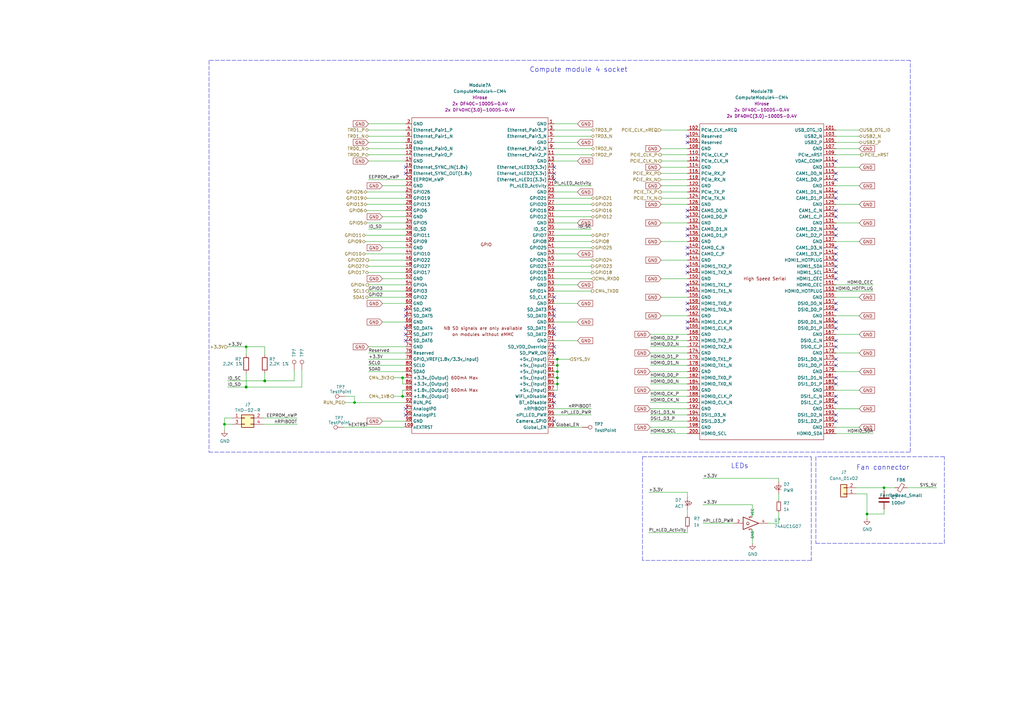
<source format=kicad_sch>
(kicad_sch (version 20211123) (generator eeschema)
  (paper "A3")
  (junction (at 165.1 162.56) (diameter 0.9144))
  (junction (at 533.4 146.05) (diameter 0.9144))
  (junction (at 108.585 156.21) (diameter 1.016))
  (junction (at 362.585 200.025))
  (junction (at 100.965 142.24) (diameter 0.9144))
  (junction (at 533.4 151.13) (diameter 0.9144))
  (junction (at 510.54 161.29) (diameter 0.9144))
  (junction (at 355.6 210.82))
  (junction (at 533.4 153.67) (diameter 0.9144))
  (junction (at 533.4 148.59) (diameter 0.9144))
  (junction (at 228.6 152.4) (diameter 0.9144))
  (junction (at 228.6 147.32) (diameter 0.9144))
  (junction (at 510.54 153.67) (diameter 0.9144))
  (junction (at 228.6 157.48) (diameter 0.9144))
  (junction (at 228.6 154.94) (diameter 0.9144))
  (junction (at 533.4 156.21) (diameter 0.9144))
  (junction (at 100.965 158.75) (diameter 1.016))
  (junction (at 92.075 173.99) (diameter 0.9144))
  (junction (at 228.6 149.86) (diameter 0.9144))
  (junction (at 145.415 165.1))
  (junction (at 165.1 154.94) (diameter 0.9144))
  (no_connect (at 604.52 115.57))
  (no_connect (at 511.81 69.85))
  (no_connect (at 532.13 171.45))
  (no_connect (at 604.52 100.33))
  (no_connect (at 532.13 135.89))
  (no_connect (at 532.13 125.73))
  (no_connect (at 624.84 151.13))
  (no_connect (at 624.84 100.33))
  (no_connect (at 624.84 120.65))
  (no_connect (at 511.81 67.31))
  (no_connect (at 624.84 153.67))
  (no_connect (at 281.94 58.42))
  (no_connect (at 281.94 55.88))
  (no_connect (at 624.84 161.29))
  (no_connect (at 624.84 130.81))
  (no_connect (at 166.37 127))
  (no_connect (at 227.33 129.54))
  (no_connect (at 227.33 121.92))
  (no_connect (at 227.33 127))
  (no_connect (at 227.33 162.56))
  (no_connect (at 227.33 165.1))
  (no_connect (at 624.84 105.41))
  (no_connect (at 227.33 172.72))
  (no_connect (at 624.84 90.17))
  (no_connect (at 342.9 139.7))
  (no_connect (at 342.9 134.62))
  (no_connect (at 342.9 132.08))
  (no_connect (at 342.9 157.48))
  (no_connect (at 342.9 162.56))
  (no_connect (at 342.9 165.1))
  (no_connect (at 342.9 154.94))
  (no_connect (at 342.9 147.32))
  (no_connect (at 342.9 142.24))
  (no_connect (at 342.9 149.86))
  (no_connect (at 342.9 172.72))
  (no_connect (at 342.9 170.18))
  (no_connect (at 342.9 124.46))
  (no_connect (at 342.9 127))
  (no_connect (at 624.84 146.05))
  (no_connect (at 604.52 97.79))
  (no_connect (at 624.84 110.49))
  (no_connect (at 624.84 97.79))
  (no_connect (at 604.52 52.07))
  (no_connect (at 604.52 123.19))
  (no_connect (at 604.52 128.27))
  (no_connect (at 281.94 93.98))
  (no_connect (at 281.94 86.36))
  (no_connect (at 281.94 88.9))
  (no_connect (at 281.94 96.52))
  (no_connect (at 281.94 101.6))
  (no_connect (at 511.81 133.35))
  (no_connect (at 511.81 138.43))
  (no_connect (at 624.84 69.85))
  (no_connect (at 511.81 135.89))
  (no_connect (at 624.84 67.31))
  (no_connect (at 511.81 166.37))
  (no_connect (at 532.13 140.97))
  (no_connect (at 532.13 128.27))
  (no_connect (at 604.52 113.03))
  (no_connect (at 604.52 130.81))
  (no_connect (at 342.9 104.14))
  (no_connect (at 342.9 78.74))
  (no_connect (at 342.9 73.66))
  (no_connect (at 342.9 71.12))
  (no_connect (at 342.9 93.98))
  (no_connect (at 342.9 96.52))
  (no_connect (at 342.9 101.6))
  (no_connect (at 342.9 88.9))
  (no_connect (at 342.9 81.28))
  (no_connect (at 342.9 86.36))
  (no_connect (at 532.13 161.29))
  (no_connect (at 604.52 85.09))
  (no_connect (at 624.84 102.87))
  (no_connect (at 624.84 135.89))
  (no_connect (at 532.13 133.35))
  (no_connect (at 624.84 92.71))
  (no_connect (at 624.84 85.09))
  (no_connect (at 624.84 77.47))
  (no_connect (at 532.13 163.83))
  (no_connect (at 532.13 143.51))
  (no_connect (at 624.84 74.93))
  (no_connect (at 604.52 107.95))
  (no_connect (at 624.84 62.23))
  (no_connect (at 166.37 167.64))
  (no_connect (at 166.37 170.18))
  (no_connect (at 227.33 142.24))
  (no_connect (at 604.52 82.55))
  (no_connect (at 511.81 128.27))
  (no_connect (at 227.33 144.78))
  (no_connect (at 227.33 137.16))
  (no_connect (at 227.33 134.62))
  (no_connect (at 624.84 168.91))
  (no_connect (at 624.84 166.37))
  (no_connect (at 624.84 143.51))
  (no_connect (at 227.33 71.12))
  (no_connect (at 604.52 54.61))
  (no_connect (at 624.84 107.95))
  (no_connect (at 511.81 168.91))
  (no_connect (at 604.52 105.41))
  (no_connect (at 624.84 123.19))
  (no_connect (at 604.52 120.65))
  (no_connect (at 511.81 125.73))
  (no_connect (at 342.9 66.04))
  (no_connect (at 624.84 138.43))
  (no_connect (at 166.37 134.62))
  (no_connect (at 166.37 129.54))
  (no_connect (at 166.37 68.58))
  (no_connect (at 166.37 71.12))
  (no_connect (at 166.37 137.16))
  (no_connect (at 166.37 139.7))
  (no_connect (at 624.84 158.75))
  (no_connect (at 532.13 120.65))
  (no_connect (at 227.33 73.66))
  (no_connect (at 624.84 128.27))
  (no_connect (at 532.13 72.39))
  (no_connect (at 281.94 104.14))
  (no_connect (at 342.9 106.68))
  (no_connect (at 342.9 109.22))
  (no_connect (at 342.9 114.3))
  (no_connect (at 342.9 111.76))
  (no_connect (at 281.94 134.62))
  (no_connect (at 281.94 109.22))
  (no_connect (at 281.94 111.76))
  (no_connect (at 281.94 127))
  (no_connect (at 281.94 124.46))
  (no_connect (at 281.94 116.84))
  (no_connect (at 281.94 119.38))
  (no_connect (at 281.94 132.08))
  (no_connect (at 604.52 92.71))
  (no_connect (at 604.52 90.17))
  (no_connect (at 624.84 82.55))
  (no_connect (at 227.33 68.58))
  (wire (pts (xy 532.13 138.43) (xy 541.655 138.43)))
  (wire (pts (xy 342.9 91.44) (xy 352.425 91.44)))
  (wire (pts (xy 510.54 158.75) (xy 510.54 161.29)))
  (wire (pts (xy 271.145 78.74) (xy 281.94 78.74)))
  (wire (pts (xy 342.9 76.2) (xy 352.425 76.2)))
  (wire (pts (xy 495.3 173.99) (xy 511.81 173.99)))
  (wire (pts (xy 93.345 142.24) (xy 100.965 142.24)))
  (wire (pts (xy 495.3 118.11) (xy 511.81 118.11)))
  (wire (pts (xy 532.13 52.07) (xy 547.37 52.07)))
  (polyline (pts (xy 373.38 185.42) (xy 373.38 24.765)))
  (wire (pts (xy 533.4 158.75) (xy 533.4 156.21)))
  (wire (pts (xy 107.95 173.99) (xy 121.92 173.99)))
  (wire (pts (xy 502.285 123.19) (xy 511.81 123.19)))
  (wire (pts (xy 266.7 142.24) (xy 281.94 142.24)))
  (wire (pts (xy 624.84 80.01) (xy 634.365 80.01)))
  (wire (pts (xy 156.845 88.9) (xy 166.37 88.9)))
  (wire (pts (xy 228.6 154.94) (xy 227.33 154.94)))
  (wire (pts (xy 342.9 60.96) (xy 352.425 60.96)))
  (wire (pts (xy 266.7 170.18) (xy 281.94 170.18)))
  (wire (pts (xy 362.585 200.025) (xy 367.03 200.025)))
  (wire (pts (xy 589.28 168.91) (xy 604.52 168.91)))
  (wire (pts (xy 271.145 71.12) (xy 281.94 71.12)))
  (wire (pts (xy 624.84 133.35) (xy 634.365 133.35)))
  (wire (pts (xy 532.13 95.25) (xy 547.37 95.25)))
  (wire (pts (xy 593.725 67.31) (xy 604.52 67.31)))
  (wire (pts (xy 271.145 114.3) (xy 281.94 114.3)))
  (wire (pts (xy 227.33 101.6) (xy 242.57 101.6)))
  (wire (pts (xy 151.13 149.86) (xy 166.37 149.86)))
  (wire (pts (xy 227.33 58.42) (xy 236.855 58.42)))
  (wire (pts (xy 593.725 62.23) (xy 604.52 62.23)))
  (wire (pts (xy 150.495 91.44) (xy 166.37 91.44)))
  (wire (pts (xy 532.13 97.79) (xy 547.37 97.79)))
  (wire (pts (xy 593.725 80.01) (xy 604.52 80.01)))
  (wire (pts (xy 166.37 162.56) (xy 165.1 162.56)))
  (wire (pts (xy 532.13 67.31) (xy 547.37 67.31)))
  (wire (pts (xy 589.28 153.67) (xy 604.52 153.67)))
  (wire (pts (xy 624.84 95.25) (xy 634.365 95.25)))
  (wire (pts (xy 495.3 107.95) (xy 511.81 107.95)))
  (wire (pts (xy 227.33 109.22) (xy 242.57 109.22)))
  (wire (pts (xy 495.3 90.17) (xy 511.81 90.17)))
  (wire (pts (xy 92.075 173.99) (xy 95.25 173.99)))
  (wire (pts (xy 227.33 55.88) (xy 242.57 55.88)))
  (wire (pts (xy 496.57 59.69) (xy 511.81 59.69)))
  (wire (pts (xy 227.33 99.06) (xy 242.57 99.06)))
  (wire (pts (xy 496.57 72.39) (xy 511.81 72.39)))
  (wire (pts (xy 495.3 110.49) (xy 511.81 110.49)))
  (wire (pts (xy 342.9 167.64) (xy 352.425 167.64)))
  (wire (pts (xy 151.13 142.24) (xy 166.37 142.24)))
  (wire (pts (xy 266.7 137.16) (xy 281.94 137.16)))
  (wire (pts (xy 266.7 149.86) (xy 281.94 149.86)))
  (wire (pts (xy 271.145 53.34) (xy 281.94 53.34)))
  (wire (pts (xy 593.725 72.39) (xy 604.52 72.39)))
  (polyline (pts (xy 387.35 187.325) (xy 334.645 187.325)))
  (wire (pts (xy 266.7 162.56) (xy 281.94 162.56)))
  (wire (pts (xy 150.495 78.74) (xy 166.37 78.74)))
  (wire (pts (xy 624.84 54.61) (xy 634.365 54.61)))
  (wire (pts (xy 604.52 64.77) (xy 593.725 64.77)))
  (wire (pts (xy 150.495 83.82) (xy 166.37 83.82)))
  (wire (pts (xy 271.145 81.28) (xy 281.94 81.28)))
  (wire (pts (xy 511.81 156.21) (xy 510.54 156.21)))
  (wire (pts (xy 342.9 55.88) (xy 352.425 55.88)))
  (wire (pts (xy 352.425 160.02) (xy 342.9 160.02)))
  (wire (pts (xy 502.285 113.03) (xy 511.81 113.03)))
  (wire (pts (xy 165.1 160.02) (xy 165.1 162.56)))
  (wire (pts (xy 227.33 175.26) (xy 238.76 175.26)))
  (wire (pts (xy 227.33 139.7) (xy 236.855 139.7)))
  (wire (pts (xy 589.28 143.51) (xy 604.52 143.51)))
  (wire (pts (xy 151.13 116.84) (xy 166.37 116.84)))
  (wire (pts (xy 495.3 151.13) (xy 511.81 151.13)))
  (wire (pts (xy 533.4 146.05) (xy 532.13 146.05)))
  (wire (pts (xy 355.6 210.82) (xy 355.6 202.565)))
  (wire (pts (xy 271.145 129.54) (xy 281.94 129.54)))
  (wire (pts (xy 532.13 118.11) (xy 547.37 118.11)))
  (wire (pts (xy 532.13 90.17) (xy 541.655 90.17)))
  (wire (pts (xy 532.13 166.37) (xy 547.37 166.37)))
  (wire (pts (xy 227.33 96.52) (xy 242.57 96.52)))
  (wire (pts (xy 151.13 93.98) (xy 166.37 93.98)))
  (wire (pts (xy 624.84 72.39) (xy 634.365 72.39)))
  (wire (pts (xy 342.9 137.16) (xy 352.425 137.16)))
  (wire (pts (xy 308.61 217.17) (xy 308.61 222.885)))
  (wire (pts (xy 227.33 76.2) (xy 242.57 76.2)))
  (wire (pts (xy 151.13 121.92) (xy 166.37 121.92)))
  (wire (pts (xy 593.725 57.15) (xy 604.52 57.15)))
  (wire (pts (xy 227.33 53.34) (xy 242.57 53.34)))
  (wire (pts (xy 156.845 101.6) (xy 166.37 101.6)))
  (wire (pts (xy 502.285 171.45) (xy 511.81 171.45)))
  (polyline (pts (xy 334.645 222.885) (xy 387.35 222.885)))
  (wire (pts (xy 227.33 124.46) (xy 236.855 124.46)))
  (wire (pts (xy 355.6 212.725) (xy 355.6 210.82)))
  (wire (pts (xy 227.33 167.64) (xy 242.57 167.64)))
  (wire (pts (xy 624.84 173.99) (xy 640.08 173.99)))
  (wire (pts (xy 593.725 59.69) (xy 604.52 59.69)))
  (wire (pts (xy 495.935 82.55) (xy 511.81 82.55)))
  (wire (pts (xy 533.4 151.13) (xy 532.13 151.13)))
  (wire (pts (xy 319.405 214.63) (xy 319.405 210.185)))
  (wire (pts (xy 314.96 214.63) (xy 319.405 214.63)))
  (wire (pts (xy 495.3 102.87) (xy 511.81 102.87)))
  (wire (pts (xy 342.9 175.26) (xy 352.425 175.26)))
  (wire (pts (xy 266.7 167.64) (xy 281.94 167.64)))
  (wire (pts (xy 227.33 106.68) (xy 242.57 106.68)))
  (wire (pts (xy 149.86 99.06) (xy 166.37 99.06)))
  (wire (pts (xy 228.6 160.02) (xy 228.6 157.48)))
  (wire (pts (xy 308.61 212.09) (xy 308.61 207.01)))
  (wire (pts (xy 308.61 207.01) (xy 288.29 207.01)))
  (polyline (pts (xy 373.38 24.765) (xy 85.725 24.765)))
  (wire (pts (xy 496.57 57.15) (xy 511.81 57.15)))
  (wire (pts (xy 532.13 113.03) (xy 547.37 113.03)))
  (wire (pts (xy 589.28 148.59) (xy 604.52 148.59)))
  (wire (pts (xy 532.13 115.57) (xy 541.655 115.57)))
  (wire (pts (xy 495.3 92.71) (xy 511.81 92.71)))
  (wire (pts (xy 107.95 171.45) (xy 121.92 171.45)))
  (wire (pts (xy 342.9 58.42) (xy 352.425 58.42)))
  (wire (pts (xy 271.145 83.82) (xy 281.94 83.82)))
  (wire (pts (xy 532.13 80.01) (xy 547.37 80.01)))
  (wire (pts (xy 227.33 86.36) (xy 242.57 86.36)))
  (wire (pts (xy 593.725 102.87) (xy 604.52 102.87)))
  (polyline (pts (xy 334.645 187.325) (xy 334.645 222.885)))
  (wire (pts (xy 589.28 49.53) (xy 604.52 49.53)))
  (wire (pts (xy 92.075 176.53) (xy 92.075 173.99)))
  (wire (pts (xy 92.075 173.99) (xy 92.075 171.45)))
  (wire (pts (xy 92.075 171.45) (xy 95.25 171.45)))
  (wire (pts (xy 271.145 121.92) (xy 281.94 121.92)))
  (wire (pts (xy 156.845 114.3) (xy 166.37 114.3)))
  (wire (pts (xy 271.145 63.5) (xy 281.94 63.5)))
  (wire (pts (xy 266.7 154.94) (xy 281.94 154.94)))
  (wire (pts (xy 495.3 143.51) (xy 511.81 143.51)))
  (wire (pts (xy 342.9 99.06) (xy 352.425 99.06)))
  (wire (pts (xy 227.33 60.96) (xy 242.57 60.96)))
  (wire (pts (xy 228.6 147.32) (xy 227.33 147.32)))
  (wire (pts (xy 342.9 63.5) (xy 353.06 63.5)))
  (wire (pts (xy 589.28 146.05) (xy 604.52 146.05)))
  (wire (pts (xy 149.86 104.14) (xy 166.37 104.14)))
  (wire (pts (xy 495.3 95.25) (xy 511.81 95.25)))
  (wire (pts (xy 100.965 153.035) (xy 100.965 158.75)))
  (wire (pts (xy 495.3 97.79) (xy 511.81 97.79)))
  (wire (pts (xy 93.345 158.75) (xy 100.965 158.75)))
  (wire (pts (xy 532.13 130.81) (xy 541.655 130.81)))
  (wire (pts (xy 532.13 57.15) (xy 541.655 57.15)))
  (wire (pts (xy 495.3 146.05) (xy 511.81 146.05)))
  (wire (pts (xy 227.33 83.82) (xy 242.57 83.82)))
  (wire (pts (xy 342.9 144.78) (xy 352.425 144.78)))
  (wire (pts (xy 319.405 196.215) (xy 288.29 196.215)))
  (wire (pts (xy 319.405 197.485) (xy 319.405 196.215)))
  (wire (pts (xy 149.86 96.52) (xy 166.37 96.52)))
  (wire (pts (xy 511.81 153.67) (xy 510.54 153.67)))
  (wire (pts (xy 533.4 148.59) (xy 533.4 146.05)))
  (wire (pts (xy 593.725 110.49) (xy 604.52 110.49)))
  (wire (pts (xy 533.4 151.13) (xy 533.4 148.59)))
  (wire (pts (xy 342.9 119.38) (xy 358.14 119.38)))
  (wire (pts (xy 151.13 111.76) (xy 166.37 111.76)))
  (wire (pts (xy 151.13 106.68) (xy 166.37 106.68)))
  (wire (pts (xy 532.13 100.33) (xy 547.37 100.33)))
  (polyline (pts (xy 85.725 185.42) (xy 373.38 185.42)))
  (wire (pts (xy 271.145 60.96) (xy 281.94 60.96)))
  (wire (pts (xy 93.345 156.21) (xy 108.585 156.21)))
  (wire (pts (xy 151.13 152.4) (xy 166.37 152.4)))
  (wire (pts (xy 166.37 157.48) (xy 165.1 157.48)))
  (wire (pts (xy 156.845 76.2) (xy 166.37 76.2)))
  (wire (pts (xy 165.1 157.48) (xy 165.1 154.94)))
  (wire (pts (xy 227.33 170.18) (xy 242.57 170.18)))
  (wire (pts (xy 271.145 99.06) (xy 281.94 99.06)))
  (wire (pts (xy 532.13 62.23) (xy 547.37 62.23)))
  (wire (pts (xy 227.33 63.5) (xy 242.57 63.5)))
  (wire (pts (xy 342.9 177.8) (xy 358.14 177.8)))
  (wire (pts (xy 624.84 118.11) (xy 634.365 118.11)))
  (wire (pts (xy 624.84 59.69) (xy 635 59.69)))
  (wire (pts (xy 624.84 163.83) (xy 634.365 163.83)))
  (wire (pts (xy 532.13 69.85) (xy 547.37 69.85)))
  (wire (pts (xy 502.285 130.81) (xy 511.81 130.81)))
  (wire (pts (xy 100.965 142.24) (xy 100.965 145.415)))
  (wire (pts (xy 165.1 162.56) (xy 161.29 162.56)))
  (wire (pts (xy 589.28 158.75) (xy 604.52 158.75)))
  (wire (pts (xy 342.9 129.54) (xy 352.425 129.54)))
  (wire (pts (xy 495.3 115.57) (xy 511.81 115.57)))
  (polyline (pts (xy 387.35 222.885) (xy 387.35 187.325)))
  (wire (pts (xy 495.935 77.47) (xy 511.81 77.47)))
  (wire (pts (xy 227.33 81.28) (xy 242.57 81.28)))
  (wire (pts (xy 165.1 154.94) (xy 161.29 154.94)))
  (wire (pts (xy 496.57 52.07) (xy 511.81 52.07)))
  (wire (pts (xy 227.33 160.02) (xy 228.6 160.02)))
  (wire (pts (xy 227.33 114.3) (xy 242.57 114.3)))
  (wire (pts (xy 342.9 53.34) (xy 352.425 53.34)))
  (wire (pts (xy 510.54 153.67) (xy 495.3 153.67)))
  (wire (pts (xy 593.725 125.73) (xy 604.52 125.73)))
  (wire (pts (xy 532.13 102.87) (xy 541.655 102.87)))
  (wire (pts (xy 593.725 77.47) (xy 604.52 77.47)))
  (wire (pts (xy 593.725 74.93) (xy 604.52 74.93)))
  (wire (pts (xy 532.13 105.41) (xy 547.37 105.41)))
  (wire (pts (xy 533.4 156.21) (xy 533.4 153.67)))
  (wire (pts (xy 281.94 218.44) (xy 266.065 218.44)))
  (wire (pts (xy 281.94 216.535) (xy 281.94 218.44)))
  (wire (pts (xy 151.13 119.38) (xy 166.37 119.38)))
  (wire (pts (xy 227.33 104.14) (xy 236.855 104.14)))
  (wire (pts (xy 281.94 208.915) (xy 281.94 211.455)))
  (wire (pts (xy 532.13 110.49) (xy 547.37 110.49)))
  (wire (pts (xy 495.3 120.65) (xy 511.81 120.65)))
  (wire (pts (xy 533.4 153.67) (xy 533.4 151.13)))
  (wire (pts (xy 233.68 147.32) (xy 228.6 147.32)))
  (wire (pts (xy 228.6 157.48) (xy 227.33 157.48)))
  (wire (pts (xy 624.84 57.15) (xy 634.365 57.15)))
  (polyline (pts (xy 263.525 229.87) (xy 263.525 187.325)) (stroke (width 0) (type dash)))
  (polyline (pts (xy 332.74 187.325) (xy 332.74 229.87)) (stroke (width 0) (type dash)))
  (polyline (pts (xy 263.525 187.325) (xy 332.74 187.325)) (stroke (width 0) (type dash)))
  (polyline (pts (xy 332.74 229.87) (xy 263.525 229.87)) (stroke (width 0) (type dash)))
  (wire (pts (xy 266.7 152.4) (xy 281.94 152.4)))
  (wire (pts (xy 532.13 85.09) (xy 547.37 85.09)))
  (wire (pts (xy 151.13 144.78) (xy 166.37 144.78)))
  (wire (pts (xy 533.4 148.59) (xy 532.13 148.59)))
  (wire (pts (xy 166.37 154.94) (xy 165.1 154.94)))
  (wire (pts (xy 624.84 171.45) (xy 634.365 171.45)))
  (wire (pts (xy 228.6 157.48) (xy 228.6 154.94)))
  (wire (pts (xy 342.9 83.82) (xy 352.425 83.82)))
  (wire (pts (xy 281.94 68.58) (xy 271.145 68.58)))
  (wire (pts (xy 589.28 135.89) (xy 604.52 135.89)))
  (wire (pts (xy 496.57 49.53) (xy 511.81 49.53)))
  (wire (pts (xy 266.7 144.78) (xy 281.94 144.78)))
  (wire (pts (xy 227.33 116.84) (xy 236.855 116.84)))
  (wire (pts (xy 227.33 111.76) (xy 242.57 111.76)))
  (wire (pts (xy 547.37 146.05) (xy 533.4 146.05)))
  (wire (pts (xy 362.585 208.915) (xy 362.585 210.82)))
  (wire (pts (xy 151.13 73.66) (xy 166.37 73.66)))
  (wire (pts (xy 271.145 76.2) (xy 281.94 76.2)))
  (wire (pts (xy 362.585 200.025) (xy 362.585 201.295)))
  (wire (pts (xy 532.13 74.93) (xy 547.37 74.93)))
  (wire (pts (xy 624.84 125.73) (xy 634.365 125.73)))
  (wire (pts (xy 589.28 166.37) (xy 604.52 166.37)))
  (wire (pts (xy 227.33 66.04) (xy 236.855 66.04)))
  (wire (pts (xy 227.33 88.9) (xy 242.57 88.9)))
  (wire (pts (xy 624.84 113.03) (xy 640.08 113.03)))
  (wire (pts (xy 288.29 214.63) (xy 300.99 214.63)))
  (wire (pts (xy 100.965 158.75) (xy 123.825 158.75)))
  (wire (pts (xy 624.84 140.97) (xy 634.365 140.97)))
  (wire (pts (xy 151.13 58.42) (xy 166.37 58.42)))
  (wire (pts (xy 532.13 168.91) (xy 547.37 168.91)))
  (wire (pts (xy 589.28 161.29) (xy 604.52 161.29)))
  (wire (pts (xy 624.84 49.53) (xy 634.365 49.53)))
  (wire (pts (xy 108.585 153.035) (xy 108.585 156.21)))
  (wire (pts (xy 228.6 152.4) (xy 227.33 152.4)))
  (wire (pts (xy 151.13 66.04) (xy 166.37 66.04)))
  (wire (pts (xy 266.7 160.02) (xy 281.94 160.02)))
  (wire (pts (xy 532.13 123.19) (xy 541.655 123.19)))
  (wire (pts (xy 495.935 85.09) (xy 511.81 85.09)))
  (wire (pts (xy 271.145 66.04) (xy 281.94 66.04)))
  (wire (pts (xy 532.13 92.71) (xy 547.37 92.71)))
  (wire (pts (xy 151.13 60.96) (xy 166.37 60.96)))
  (wire (pts (xy 271.145 106.68) (xy 281.94 106.68)))
  (wire (pts (xy 624.84 115.57) (xy 640.08 115.57)))
  (wire (pts (xy 150.495 81.28) (xy 166.37 81.28)))
  (wire (pts (xy 372.11 200.025) (xy 384.175 200.025)))
  (wire (pts (xy 227.33 93.98) (xy 242.57 93.98)))
  (wire (pts (xy 532.13 64.77) (xy 541.655 64.77)))
  (wire (pts (xy 141.605 162.56) (xy 145.415 162.56)))
  (wire (pts (xy 145.415 162.56) (xy 145.415 165.1)))
  (wire (pts (xy 151.13 55.88) (xy 166.37 55.88)))
  (wire (pts (xy 532.13 49.53) (xy 541.655 49.53)))
  (wire (pts (xy 342.9 152.4) (xy 352.425 152.4)))
  (wire (pts (xy 532.13 173.99) (xy 547.37 173.99)))
  (wire (pts (xy 624.84 64.77) (xy 634.365 64.77)))
  (wire (pts (xy 589.28 133.35) (xy 604.52 133.35)))
  (wire (pts (xy 156.845 132.08) (xy 166.37 132.08)))
  (wire (pts (xy 593.725 95.25) (xy 604.52 95.25)))
  (wire (pts (xy 532.13 158.75) (xy 533.4 158.75)))
  (wire (pts (xy 342.9 68.58) (xy 352.425 68.58)))
  (wire (pts (xy 227.33 132.08) (xy 236.855 132.08)))
  (wire (pts (xy 266.7 172.72) (xy 281.94 172.72)))
  (wire (pts (xy 532.13 87.63) (xy 547.37 87.63)))
  (wire (pts (xy 227.33 50.8) (xy 236.855 50.8)))
  (wire (pts (xy 351.155 200.025) (xy 362.585 200.025)))
  (wire (pts (xy 589.28 151.13) (xy 604.52 151.13)))
  (wire (pts (xy 123.825 151.765) (xy 123.825 158.75)))
  (wire (pts (xy 495.3 105.41) (xy 511.81 105.41)))
  (wire (pts (xy 634.365 156.21) (xy 624.84 156.21)))
  (wire (pts (xy 589.28 163.83) (xy 604.52 163.83)))
  (wire (pts (xy 342.9 116.84) (xy 358.14 116.84)))
  (wire (pts (xy 502.285 100.33) (xy 511.81 100.33)))
  (wire (pts (xy 589.28 171.45) (xy 604.52 171.45)))
  (wire (pts (xy 156.845 124.46) (xy 166.37 124.46)))
  (wire (pts (xy 511.81 158.75) (xy 510.54 158.75)))
  (wire (pts (xy 589.28 138.43) (xy 604.52 138.43)))
  (wire (pts (xy 151.13 147.32) (xy 166.37 147.32)))
  (wire (pts (xy 502.285 74.93) (xy 511.81 74.93)))
  (wire (pts (xy 532.13 82.55) (xy 547.37 82.55)))
  (wire (pts (xy 589.28 140.97) (xy 604.52 140.97)))
  (wire (pts (xy 624.84 148.59) (xy 634.365 148.59)))
  (wire (pts (xy 593.725 118.11) (xy 604.52 118.11)))
  (wire (pts (xy 266.7 157.48) (xy 281.94 157.48)))
  (wire (pts (xy 496.57 54.61) (xy 511.81 54.61)))
  (wire (pts (xy 495.3 148.59) (xy 511.81 148.59)))
  (wire (pts (xy 624.84 87.63) (xy 634.365 87.63)))
  (wire (pts (xy 495.935 80.01) (xy 511.81 80.01)))
  (wire (pts (xy 266.7 177.8) (xy 281.94 177.8)))
  (wire (pts (xy 496.57 62.23) (xy 511.81 62.23)))
  (wire (pts (xy 266.7 165.1) (xy 281.94 165.1)))
  (wire (pts (xy 502.285 87.63) (xy 511.81 87.63)))
  (wire (pts (xy 532.13 107.95) (xy 547.37 107.95)))
  (wire (pts (xy 228.6 154.94) (xy 228.6 152.4)))
  (wire (pts (xy 266.7 147.32) (xy 281.94 147.32)))
  (wire (pts (xy 532.13 59.69) (xy 547.37 59.69)))
  (wire (pts (xy 151.13 63.5) (xy 166.37 63.5)))
  (wire (pts (xy 624.84 52.07) (xy 634.365 52.07)))
  (wire (pts (xy 593.725 87.63) (xy 604.52 87.63)))
  (wire (pts (xy 228.6 149.86) (xy 228.6 147.32)))
  (wire (pts (xy 532.13 77.47) (xy 541.655 77.47)))
  (wire (pts (xy 156.845 172.72) (xy 166.37 172.72)))
  (wire (pts (xy 228.6 149.86) (xy 227.33 149.86)))
  (wire (pts (xy 150.495 86.36) (xy 166.37 86.36)))
  (wire (pts (xy 496.57 64.77) (xy 511.81 64.77)))
  (wire (pts (xy 151.13 53.34) (xy 166.37 53.34)))
  (wire (pts (xy 533.4 153.67) (xy 532.13 153.67)))
  (wire (pts (xy 281.94 201.93) (xy 266.065 201.93)))
  (wire (pts (xy 281.94 203.835) (xy 281.94 201.93)))
  (wire (pts (xy 362.585 210.82) (xy 355.6 210.82)))
  (wire (pts (xy 166.37 160.02) (xy 165.1 160.02)))
  (wire (pts (xy 355.6 202.565) (xy 351.155 202.565)))
  (wire (pts (xy 145.415 165.1) (xy 166.37 165.1)))
  (wire (pts (xy 141.605 165.1) (xy 145.415 165.1)))
  (wire (pts (xy 319.405 202.565) (xy 319.405 205.105)))
  (wire (pts (xy 151.13 109.22) (xy 166.37 109.22)))
  (wire (pts (xy 533.4 156.21) (xy 532.13 156.21)))
  (wire (pts (xy 266.7 175.26) (xy 281.94 175.26)))
  (wire (pts (xy 140.97 175.26) (xy 166.37 175.26)))
  (wire (pts (xy 510.54 161.29) (xy 495.3 161.29)))
  (wire (pts (xy 271.145 73.66) (xy 281.94 73.66)))
  (wire (pts (xy 108.585 142.24) (xy 108.585 145.415)))
  (wire (pts (xy 228.6 152.4) (xy 228.6 149.86)))
  (wire (pts (xy 266.7 139.7) (xy 281.94 139.7)))
  (wire (pts (xy 589.28 173.99) (xy 604.52 173.99)))
  (wire (pts (xy 532.13 54.61) (xy 547.37 54.61)))
  (wire (pts (xy 151.13 50.8) (xy 166.37 50.8)))
  (wire (pts (xy 100.965 142.24) (xy 108.585 142.24)))
  (wire (pts (xy 227.33 78.74) (xy 236.855 78.74)))
  (polyline (pts (xy 85.725 24.765) (xy 85.725 185.42)))
  (wire (pts (xy 496.57 140.97) (xy 511.81 140.97)))
  (wire (pts (xy 342.9 121.92) (xy 352.425 121.92)))
  (wire (pts (xy 227.33 119.38) (xy 242.57 119.38)))
  (wire (pts (xy 510.54 156.21) (xy 510.54 153.67)))
  (wire (pts (xy 593.725 69.85) (xy 604.52 69.85)))
  (wire (pts (xy 120.65 151.765) (xy 120.65 156.21)))
  (wire (pts (xy 589.28 156.21) (xy 604.52 156.21)))
  (wire (pts (xy 227.33 91.44) (xy 236.855 91.44)))
  (wire (pts (xy 495.3 163.83) (xy 511.81 163.83)))
  (wire (pts (xy 108.585 156.21) (xy 120.65 156.21)))
  (wire (pts (xy 271.145 91.44) (xy 281.94 91.44)))
  (wire (pts (xy 511.81 161.29) (xy 510.54 161.29)))
  (text "Compute module 4 socket" (at 217.17 29.845 0) (effects (font (size 2.0066 2.0066)) (justify left bottom)))
  (text "Fan connector" (at 351.155 193.04 0) (effects (font (size 2.0066 2.0066)) (justify left bottom)))
  (text "LEDs" (at 299.72 192.405 0) (effects (font (size 2.0066 2.0066)) (justify left bottom)))
  (label "HDMI0_SCL" (at 266.7 177.8 0))
  (label "CM4_1V8" (at 495.3 161.29 0))
  (label "PCIE_TX_N" (at 593.725 77.47 0))
  (label "ID_SC" (at 93.345 156.21 0))
  (label "GPIO21" (at 547.37 80.01 180))
  (label "+3.3V" (at 288.29 207.01 0))
  (label "ID_SC" (at 547.37 92.71 180))
  (label "PCIE_RX_N" (at 593.725 69.85 0))
  (label "HDMI0_SDA" (at 358.14 177.8 180))
  (label "TRD3_P" (at 547.37 52.07 180))
  (label "PCIE_CLK_nREQ" (at 589.28 49.53 0))
  (label "Reserved" (at 151.13 144.78 0))
  (label "GPIO26" (at 495.935 77.47 0))
  (label "ETH_LEDY" (at 547.37 67.31 180))
  (label "ID_SD" (at 93.345 158.75 0))
  (label "HDMI0_SCL" (at 589.28 173.99 0))
  (label "HDMI0_CK_P" (at 589.28 158.75 0))
  (label "HDMI0_CEC" (at 358.14 116.84 180))
  (label "HDMI0_D1_N" (at 589.28 146.05 0))
  (label "EEPROM_nWP" (at 496.57 72.39 0))
  (label "GPIO7" (at 547.37 95.25 180))
  (label "PCIE_RX_P" (at 593.725 67.31 0))
  (label "ETH_LEDG" (at 547.37 69.85 180))
  (label "GPIO3" (at 151.13 119.38 0))
  (label "nPI_LED_PWR" (at 288.29 214.63 0))
  (label "GPIO22" (at 495.3 105.41 0))
  (label "GPIO6" (at 495.935 85.09 0))
  (label "GPIO12" (at 547.37 87.63 180))
  (label "HDMI0_D2_N" (at 589.28 138.43 0))
  (label "TRD0_N" (at 496.57 59.69 0))
  (label "GPIO4" (at 495.3 115.57 0))
  (label "GPIO24" (at 547.37 105.41 180))
  (label "DSI1_D3_P" (at 589.28 168.91 0))
  (label "HDMI0_D0_P" (at 266.7 154.94 0))
  (label "CM4_RXD0" (at 547.37 113.03 180))
  (label "GPIO3" (at 495.3 118.11 0))
  (label "SYS_5V" (at 384.175 200.025 180))
  (label "GPIO17" (at 495.3 110.49 0))
  (label "USB2_N" (at 634.365 52.07 180))
  (label "HDMI0_D1_P" (at 266.7 147.32 0))
  (label "nRPIBOOT" (at 121.92 173.99 180))
  (label "GPIO25" (at 547.3534 100.33 180))
  (label "GPIO19" (at 495.935 80.01 0))
  (label "ID_SD" (at 495.3 92.71 0))
  (label "Global_EN" (at 547.37 173.99 180))
  (label "SYS_5V" (at 547.37 146.05 180))
  (label "PI_nLED_Activity" (at 242.57 76.2 180))
  (label "SDA0" (at 495.3 151.13 0))
  (label "TRD2_N" (at 547.37 59.69 180))
  (label "SDA0" (at 151.13 152.4 0))
  (label "nRPIBOOT" (at 242.57 167.64 180))
  (label "HDMI0_SDA" (at 640.08 173.99 180))
  (label "nPI_LED_PWR" (at 242.57 170.18 180))
  (label "EEPROM_nWP" (at 151.13 73.66 0))
  (label "HDMI0_D2_P" (at 266.7 139.7 0))
  (label "ID_SD" (at 151.13 93.98 0))
  (label "HDMI0_CEC" (at 640.08 113.03 180))
  (label "EEPROM_nWP" (at 121.92 171.45 180))
  (label "HDMI0_HOTPLUG" (at 358.14 119.38 180))
  (label "DSI1_D3_P" (at 266.7 172.72 0))
  (label "PCIE_TX_P" (at 593.725 74.93 0))
  (label "nEXTRST" (at 495.3 173.99 0))
  (label "GPIO5" (at 495.3 90.17 0))
  (label "TRD0_P" (at 496.57 62.23 0))
  (label "TRD3_N" (at 547.37 54.61 180))
  (label "HDMI0_CK_N" (at 589.28 161.29 0))
  (label "GPIO16" (at 547.37 85.09 180))
  (label "GPIO9" (at 495.3 97.79 0))
  (label "GPIO10" (at 495.3 102.87 0))
  (label "+3.3V" (at 266.065 201.93 0))
  (label "GPIO27" (at 495.3 107.95 0))
  (label "+3.3V" (at 93.345 142.24 0))
  (label "DSI1_D3_N" (at 266.7 170.18 0))
  (label "nPI_LED_PWR" (at 547.37 168.91 180))
  (label "HDMI0_D2_P" (at 589.28 135.89 0))
  (label "DSI1_D3_N" (at 589.28 166.37 0))
  (label "GPIO18" (at 547.37 110.49 180))
  (label "HDMI0_D2_N" (at 266.7 142.24 0))
  (label "HDMI0_D0_P" (at 589.28 151.13 0))
  (label "CM4_3V3" (at 495.3 153.67 0))
  (label "+3.3V" (at 495.3 146.05 0))
  (label "CM4_TXD0" (at 547.37 118.11 180))
  (label "+3.3V" (at 151.13 147.32 0))
  (label "PCIE_CLK_P" (at 593.725 59.69 0))
  (label "GPIO23" (at 547.37 107.95 180))
  (label "PCIE_nRST" (at 635 59.69 180))
  (label "nRPIBOOT" (at 547.37 166.37 180))
  (label "GPIO2" (at 495.3 120.65 0))
  (label "GPIO8" (at 547.37 97.79 180))
  (label "Global_EN" (at 227.965 175.26 0))
  (label "ID_SC" (at 242.57 93.98 180))
  (label "GPIO13" (at 495.935 82.55 0))
  (label "SCL0" (at 495.3 148.59 0))
  (label "HDMI0_D1_P" (at 589.28 143.51 0))
  (label "USB_OTG_ID" (at 634.365 49.53 180))
  (label "USB2_P" (at 634.365 54.61 180))
  (label "TRD1_N" (at 496.57 54.61 0))
  (label "GPIO2" (at 151.13 121.92 0))
  (label "RUN_PG" (at 495.3 163.83 0))
  (label "PI_nLED_Activity" (at 266.065 218.44 0))
  (label "+3.3V" (at 288.29 196.215 0))
  (label "PI_nLED_Activity" (at 547.37 74.93 180))
  (label "PCIE_CLK_N" (at 593.725 62.23 0))
  (label "SCL0" (at 151.13 149.86 0))
  (label "nEXTRST" (at 142.875 175.26 0))
  (label "HDMI0_D0_N" (at 266.7 157.48 0))
  (label "HDMI0_CK_N" (at 266.7 165.1 0))
  (label "GPIO11" (at 495.3 95.25 0))
  (label "GPIO20" (at 547.37 82.55 180))
  (label "HDMI0_CK_P" (at 266.7 162.56 0))
  (label "HDMI0_D1_N" (at 266.7 149.86 0))
  (label "HDMI0_HOTPLUG" (at 640.08 115.57 180))
  (label "Reserved" (at 495.3 143.51 0))
  (label "TRD1_P" (at 496.57 52.07 0))
  (label "TRD2_P" (at 547.37 62.23 180))
  (label "HDMI0_D0_N" (at 589.28 153.67 0))
  (global_label "GND" (shape input) (at 266.7 137.16 180) (property "Intersheet References" "${INTERSHEET_REFS}" (effects hide)))
  (global_label "GND" (shape input) (at 634.365 133.35 0) (property "Intersheet References" "${INTERSHEET_REFS}" (effects hide)))
  (global_label "GND" (shape input) (at 541.655 57.15 0) (property "Intersheet References" "${INTERSHEET_REFS}" (effects hide)))
  (global_label "GND" (shape input) (at 541.655 64.77 0) (property "Intersheet References" "${INTERSHEET_REFS}" (effects hide)))
  (global_label "GND" (shape input) (at 156.845 101.6 180) (property "Intersheet References" "${INTERSHEET_REFS}" (effects hide)))
  (global_label "GND" (shape input) (at 593.725 125.73 180) (property "Intersheet References" "${INTERSHEET_REFS}" (effects hide)))
  (global_label "GND" (shape input) (at 496.57 49.53 180) (property "Intersheet References" "${INTERSHEET_REFS}" (effects hide)))
  (global_label "GND" (shape input) (at 352.425 121.92 0) (property "Intersheet References" "${INTERSHEET_REFS}" (effects hide)))
  (global_label "GND" (shape input) (at 541.655 130.81 0) (property "Intersheet References" "${INTERSHEET_REFS}" (effects hide)))
  (global_label "GND" (shape input) (at 541.655 115.57 0) (property "Intersheet References" "${INTERSHEET_REFS}" (effects hide)))
  (global_label "GND" (shape input) (at 634.365 118.11 0) (property "Intersheet References" "${INTERSHEET_REFS}" (effects hide)))
  (global_label "GND" (shape input) (at 541.655 102.87 0) (property "Intersheet References" "${INTERSHEET_REFS}" (effects hide)))
  (global_label "GND" (shape input) (at 593.725 87.63 180) (property "Intersheet References" "${INTERSHEET_REFS}" (effects hide)))
  (global_label "GND" (shape input) (at 502.285 87.63 180) (property "Intersheet References" "${INTERSHEET_REFS}" (effects hide)))
  (global_label "GND" (shape input) (at 156.845 132.08 180) (property "Intersheet References" "${INTERSHEET_REFS}" (effects hide)))
  (global_label "GND" (shape input) (at 352.425 99.06 0) (property "Intersheet References" "${INTERSHEET_REFS}" (effects hide)))
  (global_label "GND" (shape input) (at 502.285 130.81 180) (property "Intersheet References" "${INTERSHEET_REFS}" (effects hide)))
  (global_label "GND" (shape input) (at 352.425 144.78 0) (property "Intersheet References" "${INTERSHEET_REFS}" (effects hide)))
  (global_label "GND" (shape input) (at 593.725 110.49 180) (property "Intersheet References" "${INTERSHEET_REFS}" (effects hide)))
  (global_label "GND" (shape input) (at 271.145 60.96 180) (property "Intersheet References" "${INTERSHEET_REFS}" (effects hide)))
  (global_label "GND" (shape input) (at 271.145 106.68 180) (property "Intersheet References" "${INTERSHEET_REFS}" (effects hide)))
  (global_label "GND" (shape input) (at 634.365 163.83 0) (property "Intersheet References" "${INTERSHEET_REFS}" (effects hide)))
  (global_label "GND" (shape input) (at 593.725 118.11 180) (property "Intersheet References" "${INTERSHEET_REFS}" (effects hide)))
  (global_label "GND" (shape input) (at 589.28 133.35 180) (property "Intersheet References" "${INTERSHEET_REFS}" (effects hide)))
  (global_label "GND" (shape input) (at 151.13 66.04 180) (property "Intersheet References" "${INTERSHEET_REFS}" (effects hide)))
  (global_label "GND" (shape input) (at 352.425 83.82 0) (property "Intersheet References" "${INTERSHEET_REFS}" (effects hide)))
  (global_label "GND" (shape input) (at 496.57 57.15 180) (property "Intersheet References" "${INTERSHEET_REFS}" (effects hide)))
  (global_label "GND" (shape input) (at 271.145 99.06 180) (property "Intersheet References" "${INTERSHEET_REFS}" (effects hide)))
  (global_label "GND" (shape input) (at 589.28 140.97 180) (property "Intersheet References" "${INTERSHEET_REFS}" (effects hide)))
  (global_label "GND" (shape input) (at 236.855 124.46 0) (property "Intersheet References" "${INTERSHEET_REFS}" (effects hide)))
  (global_label "GND" (shape input) (at 352.425 76.2 0) (property "Intersheet References" "${INTERSHEET_REFS}" (effects hide)))
  (global_label "GND" (shape input) (at 589.28 148.59 180) (property "Intersheet References" "${INTERSHEET_REFS}" (effects hide)))
  (global_label "GND" (shape input) (at 156.845 114.3 180) (property "Intersheet References" "${INTERSHEET_REFS}" (effects hide)))
  (global_label "GND" (shape input) (at 634.365 87.63 0) (property "Intersheet References" "${INTERSHEET_REFS}" (effects hide)))
  (global_label "GND" (shape input) (at 502.285 123.19 180) (property "Intersheet References" "${INTERSHEET_REFS}" (effects hide)))
  (global_label "GND" (shape input) (at 634.365 57.15 0) (property "Intersheet References" "${INTERSHEET_REFS}" (effects hide)))
  (global_label "GND" (shape input) (at 496.57 64.77 180) (property "Intersheet References" "${INTERSHEET_REFS}" (effects hide)))
  (global_label "GND" (shape input) (at 352.425 175.26 0) (property "Intersheet References" "${INTERSHEET_REFS}" (effects hide)))
  (global_label "GND" (shape input) (at 266.7 160.02 180) (property "Intersheet References" "${INTERSHEET_REFS}" (effects hide)))
  (global_label "GND" (shape input) (at 496.57 140.97 180) (property "Intersheet References" "${INTERSHEET_REFS}" (effects hide)))
  (global_label "GND" (shape input) (at 634.365 156.21 0) (property "Intersheet References" "${INTERSHEET_REFS}" (effects hide)))
  (global_label "GND" (shape input) (at 634.365 171.45 0) (property "Intersheet References" "${INTERSHEET_REFS}" (effects hide)))
  (global_label "GND" (shape input) (at 151.13 58.42 180) (property "Intersheet References" "${INTERSHEET_REFS}" (effects hide)))
  (global_label "GND" (shape input) (at 593.725 64.77 180) (property "Intersheet References" "${INTERSHEET_REFS}" (effects hide)))
  (global_label "GND" (shape input) (at 151.13 142.24 180) (property "Intersheet References" "${INTERSHEET_REFS}" (effects hide)))
  (global_label "GND" (shape input) (at 502.285 74.93 180) (property "Intersheet References" "${INTERSHEET_REFS}" (effects hide)))
  (global_label "GND" (shape input) (at 541.655 77.47 0) (property "Intersheet References" "${INTERSHEET_REFS}" (effects hide)))
  (global_label "GND" (shape input) (at 541.655 90.17 0) (property "Intersheet References" "${INTERSHEET_REFS}" (effects hide)))
  (global_label "GND" (shape input) (at 352.425 160.02 0) (property "Intersheet References" "${INTERSHEET_REFS}" (effects hide)))
  (global_label "GND" (shape input) (at 593.725 57.15 180) (property "Intersheet References" "${INTERSHEET_REFS}" (effects hide)))
  (global_label "GND" (shape input) (at 271.145 129.54 180) (property "Intersheet References" "${INTERSHEET_REFS}" (effects hide)))
  (global_label "GND" (shape input) (at 236.855 50.8 0) (property "Intersheet References" "${INTERSHEET_REFS}" (effects hide)))
  (global_label "GND" (shape input) (at 593.725 72.39 180) (property "Intersheet References" "${INTERSHEET_REFS}" (effects hide)))
  (global_label "GND" (shape input) (at 151.13 50.8 180) (property "Intersheet References" "${INTERSHEET_REFS}" (effects hide)))
  (global_label "GND" (shape input) (at 634.365 80.01 0) (property "Intersheet References" "${INTERSHEET_REFS}" (effects hide)))
  (global_label "GND" (shape input) (at 634.365 72.39 0) (property "Intersheet References" "${INTERSHEET_REFS}" (effects hide)))
  (global_label "GND" (shape input) (at 266.7 167.64 180) (property "Intersheet References" "${INTERSHEET_REFS}" (effects hide)))
  (global_label "GND" (shape input) (at 634.365 140.97 0) (property "Intersheet References" "${INTERSHEET_REFS}" (effects hide)))
  (global_label "GND" (shape input) (at 502.285 113.03 180) (property "Intersheet References" "${INTERSHEET_REFS}" (effects hide)))
  (global_label "GND" (shape input) (at 541.655 49.53 0) (property "Intersheet References" "${INTERSHEET_REFS}" (effects hide)))
  (global_label "GND" (shape input) (at 271.145 83.82 180) (property "Intersheet References" "${INTERSHEET_REFS}" (effects hide)))
  (global_label "GND" (shape input) (at 236.855 104.14 0) (property "Intersheet References" "${INTERSHEET_REFS}" (effects hide)))
  (global_label "GND" (shape input) (at 593.725 102.87 180) (property "Intersheet References" "${INTERSHEET_REFS}" (effects hide)))
  (global_label "GND" (shape input) (at 541.655 123.19 0) (property "Intersheet References" "${INTERSHEET_REFS}" (effects hide)))
  (global_label "GND" (shape input) (at 266.7 152.4 180) (property "Intersheet References" "${INTERSHEET_REFS}" (effects hide)))
  (global_label "GND" (shape input) (at 156.845 88.9 180) (property "Intersheet References" "${INTERSHEET_REFS}" (effects hide)))
  (global_label "GND" (shape input) (at 352.425 152.4 0) (property "Intersheet References" "${INTERSHEET_REFS}" (effects hide)))
  (global_label "GND" (shape input) (at 266.7 144.78 180) (property "Intersheet References" "${INTERSHEET_REFS}" (effects hide)))
  (global_label "GND" (shape input) (at 271.145 76.2 180) (property "Intersheet References" "${INTERSHEET_REFS}" (effects hide)))
  (global_label "GND" (shape input) (at 589.28 171.45 180) (property "Intersheet References" "${INTERSHEET_REFS}" (effects hide)))
  (global_label "GND" (shape input) (at 634.365 95.25 0) (property "Intersheet References" "${INTERSHEET_REFS}" (effects hide)))
  (global_label "GND" (shape input) (at 634.365 125.73 0) (property "Intersheet References" "${INTERSHEET_REFS}" (effects hide)))
  (global_label "GND" (shape input) (at 156.845 76.2 180) (property "Intersheet References" "${INTERSHEET_REFS}" (effects hide)))
  (global_label "GND" (shape input) (at 352.425 91.44 0) (property "Intersheet References" "${INTERSHEET_REFS}" (effects hide)))
  (global_label "GND" (shape input) (at 236.855 58.42 0) (property "Intersheet References" "${INTERSHEET_REFS}" (effects hide)))
  (global_label "GND" (shape input) (at 156.845 172.72 180) (property "Intersheet References" "${INTERSHEET_REFS}" (effects hide)))
  (global_label "GND" (shape input) (at 352.425 137.16 0) (property "Intersheet References" "${INTERSHEET_REFS}" (effects hide)))
  (global_label "GND" (shape input) (at 271.145 68.58 180) (property "Intersheet References" "${INTERSHEET_REFS}" (effects hide)))
  (global_label "GND" (shape input) (at 266.7 175.26 180) (property "Intersheet References" "${INTERSHEET_REFS}" (effects hide)))
  (global_label "GND" (shape input) (at 271.145 121.92 180) (property "Intersheet References" "${INTERSHEET_REFS}" (effects hide)))
  (global_label "GND" (shape input) (at 352.425 167.64 0) (property "Intersheet References" "${INTERSHEET_REFS}" (effects hide)))
  (global_label "GND" (shape input) (at 634.365 148.59 0) (property "Intersheet References" "${INTERSHEET_REFS}" (effects hide)))
  (global_label "GND" (shape input) (at 156.845 124.46 180) (property "Intersheet References" "${INTERSHEET_REFS}" (effects hide)))
  (global_label "GND" (shape input) (at 236.855 132.08 0) (property "Intersheet References" "${INTERSHEET_REFS}" (effects hide)))
  (global_label "GND" (shape input) (at 593.725 95.25 180) (property "Intersheet References" "${INTERSHEET_REFS}" (effects hide)))
  (global_label "GND" (shape input) (at 236.855 116.84 0) (property "Intersheet References" "${INTERSHEET_REFS}" (effects hide)))
  (global_label "GND" (shape input) (at 352.425 129.54 0) (property "Intersheet References" "${INTERSHEET_REFS}" (effects hide)))
  (global_label "GND" (shape input) (at 271.145 91.44 180) (property "Intersheet References" "${INTERSHEET_REFS}" (effects hide)))
  (global_label "GND" (shape input) (at 352.425 60.96 0) (property "Intersheet References" "${INTERSHEET_REFS}" (effects hide)))
  (global_label "GND" (shape input) (at 271.145 114.3 180) (property "Intersheet References" "${INTERSHEET_REFS}" (effects hide)))
  (global_label "GND" (shape input) (at 236.855 139.7 0) (property "Intersheet References" "${INTERSHEET_REFS}" (effects hide)))
  (global_label "GND" (shape input) (at 634.365 64.77 0) (property "Intersheet References" "${INTERSHEET_REFS}" (effects hide)))
  (global_label "GND" (shape input) (at 589.28 163.83 180) (property "Intersheet References" "${INTERSHEET_REFS}" (effects hide)))
  (global_label "GND" (shape input) (at 589.28 156.21 180) (property "Intersheet References" "${INTERSHEET_REFS}" (effects hide)))
  (global_label "GND" (shape input) (at 236.855 91.44 0) (property "Intersheet References" "${INTERSHEET_REFS}" (effects hide)))
  (global_label "GND" (shape input) (at 541.655 138.43 0) (property "Intersheet References" "${INTERSHEET_REFS}" (effects hide)))
  (global_label "GND" (shape input) (at 593.725 80.01 180) (property "Intersheet References" "${INTERSHEET_REFS}" (effects hide)))
  (global_label "GND" (shape input) (at 236.855 66.04 0) (property "Intersheet References" "${INTERSHEET_REFS}" (effects hide)))
  (global_label "GND" (shape input) (at 352.425 68.58 0) (property "Intersheet References" "${INTERSHEET_REFS}" (effects hide)))
  (global_label "GND" (shape input) (at 502.285 100.33 180) (property "Intersheet References" "${INTERSHEET_REFS}" (effects hide)))
  (global_label "GND" (shape input) (at 236.855 78.74 0) (property "Intersheet References" "${INTERSHEET_REFS}" (effects hide)))
  (global_label "GND" (shape input) (at 502.285 171.45 180) (property "Intersheet References" "${INTERSHEET_REFS}" (effects hide)))
  (hierarchical_label "GPIO21" (shape bidirectional) (at 242.57 81.28 0))
  (hierarchical_label "TRD0_N" (shape bidirectional) (at 151.13 60.96 180))
  (hierarchical_label "USB_OTG_ID" (shape input) (at 352.425 53.34 0))
  (hierarchical_label "CM4_1V8" (shape output) (at 161.29 162.56 180))
  (hierarchical_label "PCIE_CLK_N" (shape output) (at 271.145 66.04 180))
  (hierarchical_label "PCIE_CLK_P" (shape output) (at 271.145 63.5 180))
  (hierarchical_label "TRD2_P" (shape bidirectional) (at 242.57 63.5 0))
  (hierarchical_label "TRD2_N" (shape bidirectional) (at 242.57 60.96 0))
  (hierarchical_label "TRD1_P" (shape bidirectional) (at 151.13 53.34 180))
  (hierarchical_label "USB2_N" (shape bidirectional) (at 352.425 55.88 0))
  (hierarchical_label "SDA1" (shape bidirectional) (at 151.13 121.92 180))
  (hierarchical_label "CM4_3V3" (shape output) (at 161.29 154.94 180))
  (hierarchical_label "USB2_P" (shape bidirectional) (at 352.425 58.42 0))
  (hierarchical_label "RUN_PG" (shape input) (at 141.605 165.1 180))
  (hierarchical_label "GPIO10" (shape bidirectional) (at 149.86 104.14 180))
  (hierarchical_label "GPIO17" (shape bidirectional) (at 151.13 111.76 180))
  (hierarchical_label "GPIO13" (shape bidirectional) (at 150.495 83.82 180))
  (hierarchical_label "GPIO20" (shape bidirectional) (at 242.57 83.82 0))
  (hierarchical_label "TRD3_P" (shape bidirectional) (at 242.57 53.34 0))
  (hierarchical_label "SCL1" (shape output) (at 151.13 119.38 180))
  (hierarchical_label "PCIE_RX_N" (shape input) (at 271.145 73.66 180))
  (hierarchical_label "GPIO18" (shape output) (at 242.57 111.76 0))
  (hierarchical_label "SYS_5V" (shape input) (at 233.68 147.32 0))
  (hierarchical_label "GPIO6" (shape bidirectional) (at 150.495 86.36 180))
  (hierarchical_label "GPIO8" (shape bidirectional) (at 242.57 99.06 0))
  (hierarchical_label "GPIO23" (shape output) (at 242.57 109.22 0))
  (hierarchical_label "GPIO26" (shape bidirectional) (at 150.495 78.74 180))
  (hierarchical_label "PCIE_RX_P" (shape input) (at 271.145 71.12 180))
  (hierarchical_label "GPIO19" (shape bidirectional) (at 150.495 81.28 180))
  (hierarchical_label "GPIO24" (shape bidirectional) (at 242.57 106.68 0))
  (hierarchical_label "TRD3_N" (shape bidirectional) (at 242.57 55.88 0))
  (hierarchical_label "GPIO4" (shape output) (at 151.13 116.84 180))
  (hierarchical_label "GPIO5" (shape bidirectional) (at 150.495 91.44 180))
  (hierarchical_label "GPIO27" (shape bidirectional) (at 151.13 109.22 180))
  (hierarchical_label "CM4_TXD0" (shape output) (at 242.57 119.38 0))
  (hierarchical_label "GPIO25" (shape bidirectional) (at 242.57 101.6 0))
  (hierarchical_label "GPIO9" (shape bidirectional) (at 149.86 99.06 180))
  (hierarchical_label "CM4_RXD0" (shape input) (at 242.57 114.3 0))
  (hierarchical_label "TRD0_P" (shape bidirectional) (at 151.13 63.5 180))
  (hierarchical_label "GPIO7" (shape bidirectional) (at 242.57 96.52 0))
  (hierarchical_label "GPIO11" (shape bidirectional) (at 149.86 96.52 180))
  (hierarchical_label "GPIO16" (shape bidirectional) (at 242.57 86.36 0))
  (hierarchical_label "TRD1_N" (shape bidirectional) (at 151.13 55.88 180))
  (hierarchical_label "PCIE_nRST" (shape output) (at 353.06 63.5 0))
  (hierarchical_label "PCIE_TX_N" (shape output) (at 271.145 81.28 180))
  (hierarchical_label "PCIE_TX_P" (shape output) (at 271.145 78.74 180))
  (hierarchical_label "PCIE_CLK_nREQ" (shape input) (at 271.145 53.34 180))
  (hierarchical_label "+3.3V" (shape input) (at 93.345 142.24 180))
  (hierarchical_label "GPIO22" (shape output) (at 151.13 106.68 180))
  (hierarchical_label "GPIO12" (shape bidirectional) (at 242.57 88.9 0))
  (symbol (lib_id "device:R_Small") (at 281.94 213.995 0) (unit 1)
    (property "Reference" "R?" (at 284.48 212.7249 0) (effects (justify left)))
    (property "Value" "1k" (at 284.48 215.2649 0) (effects (justify left)))
    (property "Footprint" "Resistor_SMD:R_0603_1608Metric" (effects hide))
  )
  (symbol (lib_id "device:R_Small") (at 319.405 207.645 0) (unit 1)
    (property "Reference" "R?" (at 321.31 206.3749 0) (effects (justify left)))
    (property "Value" "1k" (at 321.31 208.9149 0) (effects (justify left)))
    (property "Footprint" "Resistor_SMD:R_0603_1608Metric" (effects hide))
  )
  (symbol (lib_id "CM4IO:ComputeModule4-CM4") (at 199.39 106.68 0) (unit 1)
    (property "Reference" "Module?" (at 196.85 34.925 0))
    (property "Value" "ComputeModule4-CM4" (at 196.85 37.465 0))
    (property "Footprint" "CM4IO:Raspberry-Pi-4-Compute-Module" (effects hide))
    (property "Manufacturer" "Hirose" (at 196.85 40.005 0))
    (property "MPN" "2x DF40C-100DS-0.4V" (at 196.85 42.545 0))
    (property "Digi-Key_PN" "2x H11615CT-ND" (effects hide))
    (property "Digi-Key_PN (Alt)" "2x H124602CT-ND" (effects hide))
    (property "MPN (Alt)" "2x DF40HC(3.0)-100DS-0.4V" (at 196.85 45.085 0))
  )
  (symbol (lib_id "Device:R") (at 100.965 149.225 0) (unit 1)
    (property "Reference" "R?" (at 96.393 147.32 0) (effects (justify left)))
    (property "Value" "2.2K 1%" (at 91.313 149.225 0) (effects (justify left)))
    (property "Footprint" "Resistor_SMD:R_0603_1608Metric" (effects hide))
    (property "Datasheet" "https://fscdn.rohm.com/en/products/databook/datasheet/passive/resistor/chip_resistor/mcr-e.pdf" (effects hide))
    (property "Field4" "Farnell" (effects hide))
    (property "Field5" "9239278" (effects hide))
    (property "Field7" "KOA EUROPE GMBH" (effects hide))
    (property "Field6" "RK73G1ETQTP2201D         " (effects hide))
    (property "Part Description" "Resistor 2.2K M1005 1% 63mW" (effects hide))
    (property "Field8" "120889581" (effects hide))
  )
  (symbol (lib_id "device:LED_Small") (at 281.94 206.375 270) (mirror x) (unit 1)
    (property "Reference" "D?" (at 276.86 205.105 90) (effects (justify left)))
    (property "Value" "ACT" (at 276.86 207.645 90) (effects (justify left)))
    (property "Footprint" "LED_SMD:LED_0805_2012Metric" (effects hide))
    (property "Datasheet" "https://datasheet.lcsc.com/lcsc/2008201032_Foshan-NationStar-Optoelectronics-NCD0805R1_C84256.pdf" (effects hide))
    (property "LCSC Part" "C84256" (effects hide))
    (property "Function" "ACT" (effects hide))
  )
  (symbol (lib_id "power:GND") (at 308.61 222.885 0) (unit 1)
    (property "Reference" "#PWR0207" (effects hide))
    (property "Value" "GND" (at 308.737 227.2792 0))
  )
  (symbol (lib_id "Connector:TestPoint") (at 140.97 175.26 90) (unit 1)
    (property "Reference" "TP?" (at 139.065 171.45 90))
    (property "Value" "TestPoint" (at 139.065 173.355 90))
    (property "Footprint" "TestPoint:TestPoint_Pad_D1.0mm" (effects hide))
  )
  (symbol (lib_id "Connector:TestPoint") (at 120.65 151.765 0) (unit 1)
    (property "Reference" "TP?" (at 120.65 142.9386 90) (effects (justify right)))
    (property "Value" "TestPoint" (effects hide))
    (property "Footprint" "TestPoint:TestPoint_Pad_1.0x1.0mm" (effects hide))
  )
  (symbol (lib_id "Connector:TestPoint") (at 123.825 151.765 0) (unit 1)
    (property "Reference" "TP?" (at 123.825 142.9386 90) (effects (justify right)))
    (property "Value" "TestPoint" (effects hide))
    (property "Footprint" "TestPoint:TestPoint_Pad_1.0x1.0mm" (effects hide))
  )
  (symbol (lib_id "Device:C") (at 362.585 205.105 0) (unit 1)
    (property "Reference" "C?" (at 365.506 203.9366 0) (effects (justify left)))
    (property "Value" "100nF" (at 365.506 206.248 0) (effects (justify left)))
    (property "Footprint" "Capacitor_SMD:C_0603_1608Metric" (effects hide))
    (property "Datasheet" "https://search.murata.co.jp/Ceramy/image/img/A01X/G101/ENG/GRM155R71C104KA88-01.pdf" (effects hide))
    (property "Field4" "Farnell" (effects hide))
    (property "Field5" "2611911" (effects hide))
    (property "Field6" "RM EMK105 B7104KV-F" (effects hide))
    (property "Field7" "TAIYO YUDEN EUROPE GMBH" (effects hide))
    (property "Part Description" "	0.1uF 10% 16V Ceramic Capacitor X7R 0402 (1005 Metric)" (effects hide))
    (property "Field8" "110091611" (effects hide))
  )
  (symbol (lib_id "Connector:TestPoint") (at 238.76 175.26 270) (unit 1)
    (property "Reference" "TP?" (at 243.84 173.9899 90) (effects (justify left)))
    (property "Value" "TestPoint" (at 243.84 176.5299 90) (effects (justify left)))
    (property "Footprint" "TestPoint:TestPoint_Pad_D1.0mm" (effects hide))
  )
  (symbol (lib_id "Device:R") (at 108.585 149.225 0) (unit 1)
    (property "Reference" "R?" (at 110.363 147.32 0) (effects (justify left)))
    (property "Value" "2.2K 1%" (at 110.363 149.225 0) (effects (justify left)))
    (property "Footprint" "Resistor_SMD:R_0603_1608Metric" (effects hide))
    (property "Datasheet" "https://fscdn.rohm.com/en/products/databook/datasheet/passive/resistor/chip_resistor/mcr-e.pdf" (effects hide))
    (property "Field4" "Farnell" (effects hide))
    (property "Field5" "9239278" (effects hide))
    (property "Field7" "KOA EUROPE GMBH" (effects hide))
    (property "Field6" "RK73G1ETQTP2201D         " (effects hide))
    (property "Part Description" "Resistor 2.2K M1005 1% 63mW" (effects hide))
    (property "Field8" "120889581" (effects hide))
  )
  (symbol (lib_id "DF40HC_3.0_-100DS-0.4V_58:DF40HC(3.0)-100DS-0.4V(58") (at 614.68 110.49 0) (mirror y) (unit 1)
    (property "Reference" "X2" (at 614.68 41.91 0))
    (property "Value" "DF40HC(3.0)-100DS-0.4V(58" (at 614.68 44.45 0))
    (property "Footprint" "Gabriel:HRS_DF40HC(3.0)-100DS-0.4V(58" (effects hide))
    (property "MANUFACTURER" "HRS" (effects hide))
  )
  (symbol (lib_id "power:GND") (at 355.6 212.725 0) (unit 1)
    (property "Reference" "#PWR?" (effects hide))
    (property "Value" "GND" (at 355.727 217.1192 0))
  )
  (symbol (lib_id "device:LED_Small") (at 319.405 200.025 90) (unit 1)
    (property "Reference" "D?" (at 321.31 198.6279 90) (effects (justify right)))
    (property "Value" "PWR" (at 321.31 201.1679 90) (effects (justify right)))
    (property "Footprint" "LED_SMD:LED_0805_2012Metric" (effects hide))
    (property "Datasheet" "https://datasheet.lcsc.com/lcsc/2008201032_Foshan-NationStar-Optoelectronics-NCD0805R1_C84256.pdf" (effects hide))
    (property "LCSC Part" "C84256" (effects hide))
    (property "Function" "PWR" (effects hide))
  )
  (symbol (lib_id "Connector_Generic:Conn_02x02_Odd_Even") (at 100.33 171.45 0) (unit 1)
    (property "Reference" "J?" (at 101.6 165.9382 0))
    (property "Value" "THD-02-R" (at 101.6 168.2496 0))
    (property "Footprint" "Connector_PinHeader_2.54mm:PinHeader_2x02_P2.54mm_Vertical" (effects hide))
    (property "Datasheet" "https://datasheet.lcsc.com/lcsc/2003191006_XFCN-PZ254V-12-4P_C492419.pdf" (effects hide))
    (property "Part Description" "PinHeader_2x02_P2.54mm_Vertical" (effects hide))
    (property "Mfr. Part #" "PZ254V-12-4P" (effects hide))
    (property "LCSC Part #" " C492419" (effects hide))
  )
  (symbol (lib_id "power:GND") (at 92.075 176.53 0) (unit 1)
    (property "Reference" "#PWR0211" (effects hide))
    (property "Value" "GND" (at 92.202 180.9242 0))
  )
  (symbol (lib_id "CM4IO:74AUC1G07_copy") (at 308.61 214.63 0) (unit 1)
    (property "Reference" "U?" (at 317.5 213.3599 0) (effects (justify left)))
    (property "Value" "74AUC1G07" (at 317.5 215.8999 0) (effects (justify left)))
    (property "Footprint" "Package_TO_SOT_SMD:SOT-23-5" (effects hide))
    (property "Datasheet" "https://datasheet.lcsc.com/lcsc/1809251715_Texas-Instruments-SN74AUC1G07DBVR_C163714.pdf" (effects hide))
    (property "LCSC Part" "C163714" (effects hide))
  )
  (symbol (lib_id "CM4IO:ComputeModule4-CM4") (at 172.72 114.3 0) (unit 2)
    (property "Reference" "Module?" (at 312.42 37.465 0))
    (property "Value" "ComputeModule4-CM4" (at 312.42 40.005 0))
    (property "Footprint" "CM4IO:Raspberry-Pi-4-Compute-Module" (effects hide))
    (property "Manufacturer" "Hirose" (at 312.42 42.545 0))
    (property "MPN" "2x DF40C-100DS-0.4V" (at 312.42 45.085 0))
    (property "Digi-Key_PN" "2x H11615CT-ND" (effects hide))
    (property "Digi-Key_PN (Alt)" "2x H124602CT-ND" (effects hide))
    (property "MPN (Alt)" "2x DF40HC(3.0)-100DS-0.4V" (at 312.42 47.625 0))
  )
  (symbol (lib_id "Connector:TestPoint") (at 141.605 162.56 90) (unit 1)
    (property "Reference" "TP?" (at 139.7 158.75 90))
    (property "Value" "TestPoint" (at 139.7 160.655 90))
    (property "Footprint" "TestPoint:TestPoint_Pad_D1.0mm" (effects hide))
  )
  (symbol (lib_id "Device:FerriteBead_Small") (at 369.57 200.025 90) (unit 1)
    (property "Reference" "FB6" (at 369.57 196.85 90))
    (property "Value" "FerriteBead_Small" (at 369.57 203.2 90))
    (property "Footprint" "Inductor_SMD:L_0402_1005Metric" (effects hide))
    (property "PN" "TDK-MPZ1005S100CT000" (effects hide))
    (property "LCSC Part" "C275476" (effects hide))
  )
  (symbol (lib_id "DF40HC_3.0_-100DS-0.4V_58:DF40HC(3.0)-100DS-0.4V(58") (at 521.97 110.49 0) (mirror y) (unit 1)
    (property "Reference" "X1" (at 521.97 41.91 0))
    (property "Value" "DF40HC(3.0)-100DS-0.4V(58" (at 521.97 44.45 0))
    (property "Footprint" "Gabriel:HRS_DF40HC(3.0)-100DS-0.4V(58" (effects hide))
    (property "MANUFACTURER" "HRS" (effects hide))
  )
  (symbol (lib_id "Connector_Generic:Conn_01x02") (at 346.075 202.565 180) (unit 1)
    (property "Reference" "J?" (at 346.075 193.675 0))
    (property "Value" "Conn_01x02" (at 346.075 196.215 0))
    (property "Footprint" "Connectors_JST:JST_PH_B2B-PH-K_02x2.00mm_Straight" (effects hide))
    (property "LCSC Part" "C2319" (effects hide))
  )
)
</source>
